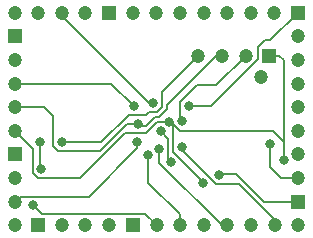
<source format=gbl>
%FSLAX25Y25*%
%MOIN*%
G70*
G01*
G75*
G04 Layer_Physical_Order=2*
G04 Layer_Color=16711680*
%ADD10R,0.05906X0.05118*%
%ADD11O,0.06890X0.01181*%
%ADD12O,0.01181X0.06890*%
%ADD13R,0.05118X0.05906*%
%ADD14C,0.00700*%
%ADD15C,0.04724*%
%ADD16R,0.04724X0.04724*%
%ADD17R,0.04724X0.04724*%
%ADD18C,0.03150*%
D14*
X48797Y41598D02*
X51371D01*
X50644Y39898D02*
X52075D01*
X47846Y37100D02*
X50644Y39898D01*
X51348Y38198D02*
X55370D01*
X47824Y34674D02*
X51348Y38198D01*
X47836Y40637D02*
X48797Y41598D01*
X52075Y39898D02*
X54784Y42607D01*
Y44038D01*
X51371Y41598D02*
X53084Y43311D01*
Y48360D01*
X3887Y35383D02*
X9882Y29389D01*
X13667Y43257D02*
X16670Y40254D01*
Y30341D02*
Y40254D01*
X28724Y13449D02*
X44776Y29501D01*
X5575Y13449D02*
X28724D01*
X47525Y7599D02*
X51238Y3887D01*
X12969Y7599D02*
X47525D01*
X10044Y10524D02*
X12969Y7599D01*
X3887Y11761D02*
X5575Y13449D01*
X12334Y22950D02*
X12806Y22477D01*
X25662Y19552D02*
X40783Y34674D01*
X11595Y19552D02*
X25662D01*
X9882Y21266D02*
Y29389D01*
Y21266D02*
X11595Y19552D01*
X12334Y22950D02*
Y31552D01*
X32333Y28627D02*
X41304Y37598D01*
X18383Y28627D02*
X32333D01*
X16670Y30341D02*
X18383Y28627D01*
X19594Y31552D02*
X32853D01*
X41939Y40637D01*
X47836D01*
X53084Y48360D02*
X65146Y60422D01*
X40783Y34674D02*
X47824D01*
X41304Y37598D02*
X44900D01*
X3887Y43257D02*
X13667D01*
X55370Y38198D02*
X55437Y38265D01*
X49722Y44523D02*
X50159D01*
X49263Y44064D02*
X49722Y44523D01*
X52560Y35273D02*
X55070Y32763D01*
X52145Y24671D02*
Y29423D01*
X55070Y25883D02*
Y32763D01*
X56770Y28319D02*
X66704Y18384D01*
X56770Y28319D02*
Y36932D01*
X55070Y25883D02*
X56134Y24818D01*
X58749Y30056D02*
X59695D01*
X35993Y51131D02*
X43562Y43562D01*
X54784Y44038D02*
X71168Y60422D01*
X55437Y38265D02*
X56030D01*
X59163Y45127D02*
X64602Y50566D01*
X59163Y39268D02*
Y45127D01*
X64602Y50566D02*
X71038D01*
X80895Y60422D01*
X55437Y38265D02*
X56770Y36932D01*
X48500Y18124D02*
Y27200D01*
X44900Y37100D02*
X47846D01*
X44776Y29501D02*
Y31749D01*
X48500Y18124D02*
X59112Y7512D01*
Y3887D02*
Y7512D01*
X52145Y24671D02*
X72929Y3887D01*
X58700Y30007D02*
X69629Y19078D01*
X58700Y30007D02*
X58749Y30056D01*
X72929Y3887D02*
X74860D01*
X71106Y17602D02*
X78784D01*
X69629Y19078D02*
X71106Y17602D01*
X69629Y19078D02*
Y19078D01*
X78784Y17602D02*
X90608Y5778D01*
X66704Y17867D02*
Y18384D01*
X59163Y39268D02*
X59697Y38735D01*
X71168Y60422D02*
X73020D01*
X58955Y35340D02*
X90060D01*
X56030Y38265D02*
X58955Y35340D01*
X62088Y43567D02*
X69289D01*
X87253Y65541D02*
X89163D01*
X85056Y63344D02*
X87253Y65541D01*
X85056Y59334D02*
Y63344D01*
X69289Y43567D02*
X85056Y59334D01*
X92109Y60422D02*
X93700Y58831D01*
Y31700D02*
Y58831D01*
X88769Y60422D02*
X92109D01*
X19635Y73692D02*
X49263Y44064D01*
X3887Y51131D02*
X35993D01*
X90060Y35340D02*
X93700Y31700D01*
X90608Y3887D02*
Y5778D01*
X89000Y23274D02*
X92639Y19635D01*
X98482D01*
X93700Y25724D02*
Y31700D01*
X89000Y23274D02*
Y30900D01*
X89163Y65541D02*
X98375Y74753D01*
X19635Y73692D02*
Y74753D01*
X87029Y11761D02*
X98482D01*
X71695Y20257D02*
X72379Y20942D01*
X77849D01*
X87029Y11761D01*
D15*
X65146Y60422D02*
D03*
X73020D02*
D03*
X80895D02*
D03*
X90501Y74753D02*
D03*
X82627D02*
D03*
X74753D02*
D03*
X66879D02*
D03*
X59005D02*
D03*
X51131D02*
D03*
X43257D02*
D03*
X3887Y35383D02*
D03*
Y43257D02*
D03*
Y51131D02*
D03*
Y59005D02*
D03*
X35382Y3887D02*
D03*
X27508D02*
D03*
X19634D02*
D03*
X98482Y19635D02*
D03*
Y27509D02*
D03*
Y35383D02*
D03*
Y43257D02*
D03*
Y51131D02*
D03*
Y59005D02*
D03*
Y66879D02*
D03*
X51238Y3887D02*
D03*
X59112D02*
D03*
X66986D02*
D03*
X74860D02*
D03*
X82734D02*
D03*
X90608D02*
D03*
X98482D02*
D03*
X3887Y74753D02*
D03*
X11761D02*
D03*
X19635D02*
D03*
X27509D02*
D03*
X3887Y3887D02*
D03*
Y11761D02*
D03*
Y19635D02*
D03*
X85935Y53219D02*
D03*
D16*
X88769Y60422D02*
D03*
X98375Y74753D02*
D03*
X11760Y3887D02*
D03*
X43364D02*
D03*
X35383Y74753D02*
D03*
D17*
X3887Y66879D02*
D03*
X98482Y11761D02*
D03*
X3887Y27509D02*
D03*
D18*
X10044Y10524D02*
D03*
X12806Y22477D02*
D03*
X12334Y31552D02*
D03*
X19594Y31552D02*
D03*
X50159Y44523D02*
D03*
X52560Y35273D02*
D03*
X52145Y29423D02*
D03*
X56134Y24818D02*
D03*
X59695Y30056D02*
D03*
X43562Y43562D02*
D03*
X55437Y38265D02*
D03*
X48500Y27200D02*
D03*
X44776Y31749D02*
D03*
X44900Y37598D02*
D03*
X59697Y38735D02*
D03*
X62088Y43567D02*
D03*
X66704Y17867D02*
D03*
X93700Y25724D02*
D03*
X89000Y30900D02*
D03*
X72141Y20703D02*
D03*
M02*

</source>
